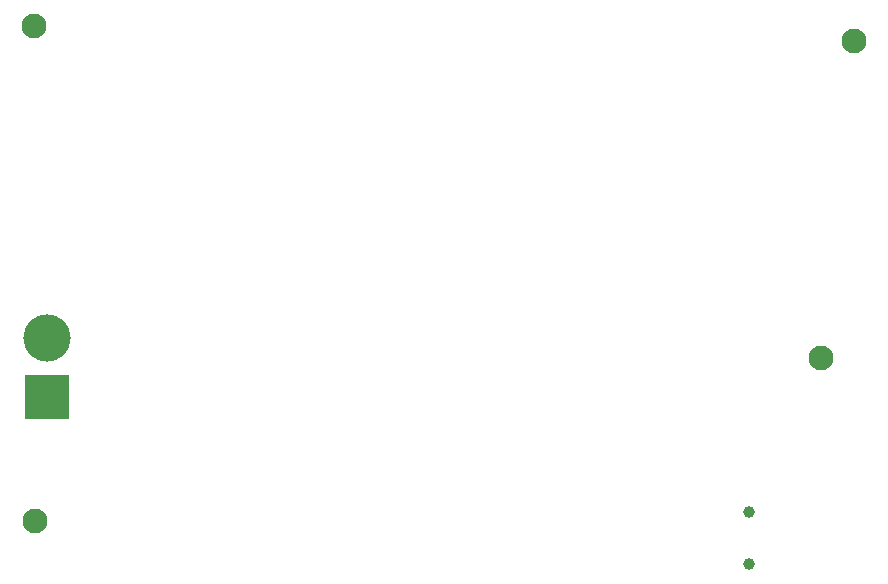
<source format=gbr>
%TF.GenerationSoftware,KiCad,Pcbnew,8.0.5*%
%TF.CreationDate,2024-11-03T18:03:45-05:00*%
%TF.ProjectId,emerald_pcb,656d6572-616c-4645-9f70-63622e6b6963,rev?*%
%TF.SameCoordinates,Original*%
%TF.FileFunction,Soldermask,Bot*%
%TF.FilePolarity,Negative*%
%FSLAX46Y46*%
G04 Gerber Fmt 4.6, Leading zero omitted, Abs format (unit mm)*
G04 Created by KiCad (PCBNEW 8.0.5) date 2024-11-03 18:03:45*
%MOMM*%
%LPD*%
G01*
G04 APERTURE LIST*
%ADD10C,2.100000*%
%ADD11R,3.800000X3.800000*%
%ADD12C,4.000000*%
%ADD13C,1.000000*%
G04 APERTURE END LIST*
D10*
%TO.C,REF\u002A\u002A*%
X104140000Y-66141600D03*
%TD*%
%TO.C,REF\u002A\u002A*%
X106934000Y-39370000D03*
%TD*%
%TO.C,REF\u002A\u002A*%
X37541200Y-80010000D03*
%TD*%
D11*
%TO.C,PWR*%
X38608000Y-69465200D03*
D12*
X38608000Y-64465200D03*
%TD*%
D10*
%TO.C,REF\u002A\u002A*%
X37439600Y-38100000D03*
%TD*%
D13*
%TO.C,J2*%
X98052200Y-79232400D03*
X98052200Y-83632400D03*
%TD*%
M02*

</source>
